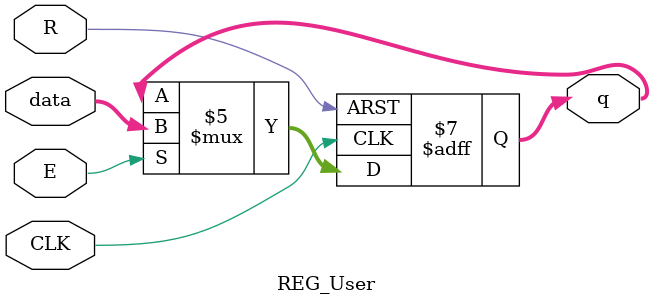
<source format=v>
module REG_User
#(parameter N = 64)
(
	CLK,
	R,
	E,
	data,
	q
);

//clock, reset, habilitaçao
input wire CLK, R, E;
input wire [N-1:0] data;
output reg [N-1:0] q; 

always@(posedge CLK or posedge R)
begin
	if (R == 1'b1) //1 ou 0?
		q <= 4'b0000;
	else
		if (E == 1'b1)
			q <= data;
		else 
		   q <= q;
end

endmodule

</source>
